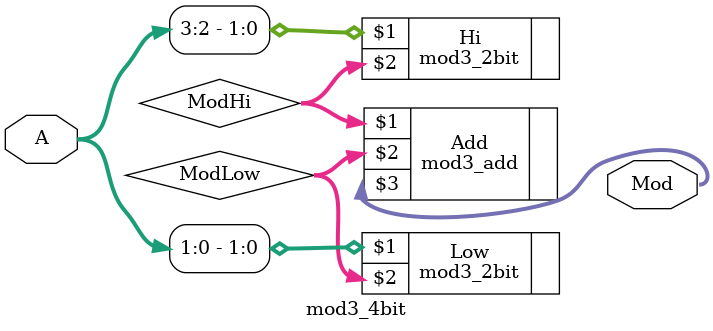
<source format=v>
module mod3_4bit(A, Mod);
  input [3:0] A;
  output [2:0] Mod;

  wire [2:0] ModHi;
  wire [2:0] ModLow;

  mod3_2bit Hi(A[3:2], ModHi);
  mod3_2bit Low(A[1:0], ModLow);

  // No need to do shift as (2**2) % 3 == 1
  mod3_add Add(ModHi, ModLow, Mod);
endmodule

</source>
